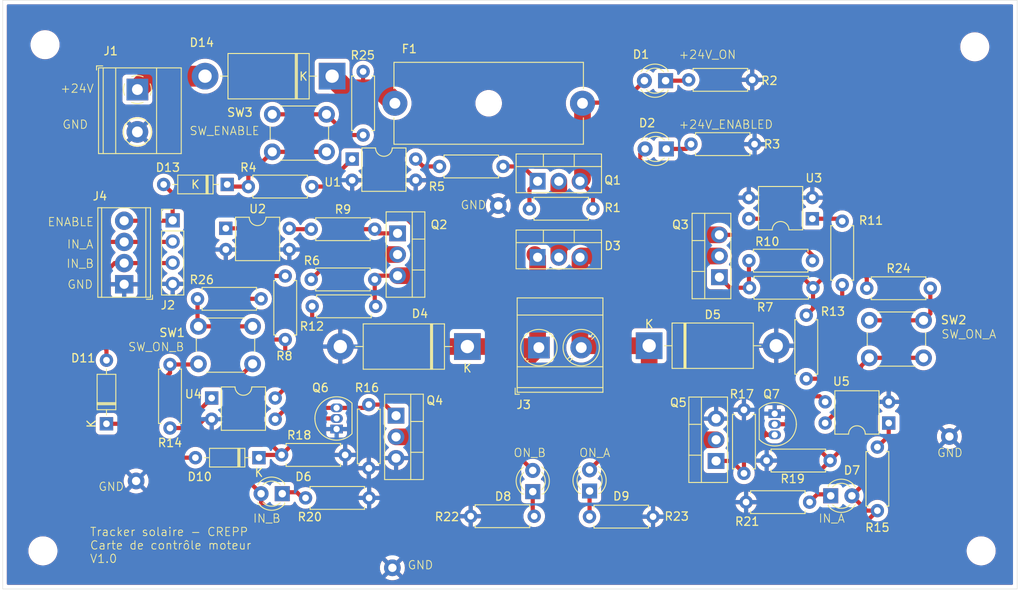
<source format=kicad_pcb>
(kicad_pcb (version 20240108) (generator "pcbnew") (generator_version "8.0")
  (layers (0 "F.Cu" signal) (31 "B.Cu" signal) (34 "B.Paste" user) (35 "F.Paste" user) (36 "B.SilkS" user "B.Silkscreen") (37 "F.SilkS" user "F.Silkscreen") (38 "B.Mask" user) (39 "F.Mask" user) (44 "Edge.Cuts" user))
  (net 0 "")
  (net 1 "+24V")
  (net 2 "Net-(D1-K)")
  (net 3 "+VCC_Motor")
  (net 4 "GND")
  (net 5 "/ENABLE")
  (net 6 "/IN_B")
  (net 7 "/IN_A")
  (net 8 "Net-(Q1-G)")
  (net 9 "Net-(Q3-G)")
  (net 10 "Net-(Q5-G)")
  (net 11 "Net-(D2-K)")
  (net 12 "Net-(D4-K)")
  (net 13 "Net-(D5-K)")
  (net 14 "Net-(D6-K)")
  (net 15 "Net-(D7-K)")
  (net 16 "Net-(Q2-G)")
  (net 17 "Net-(Q4-G)")
  (net 18 "Net-(D1-A)")
  (net 19 "Net-(R9-Pad1)")
  (net 20 "Net-(R12-Pad2)")
  (net 21 "Net-(R13-Pad2)")
  (net 22 "Net-(R15-Pad1)")
  (net 23 "Net-(D8-K)")
  (net 24 "Net-(D9-K)")
  (net 25 "Net-(SW2A-B)")
  (net 26 "Net-(SW3A-B)")
  (net 27 "Net-(SW1A-B)")
  (net 28 "Net-(D10-A)")
  (net 29 "Net-(D11-A)")
  (net 30 "Net-(D13-A)")
  (net 31 "Net-(D14-K)")
  (net 32 "Net-(R14-Pad2)")
  (net 33 "Net-(R11-Pad1)")
  (net 34 "Net-(R10-Pad1)")
  (net 35 "Net-(R5-Pad1)")
  (net 36 "Net-(R4-Pad2)")
  (net 37 "Net-(R8-Pad2)")
  (footprint "MountingHole:MountingHole_3mm" (layer "F.Cu") (at 259.588 108.204)
    (property "Reference" "H3" (hide yes))
    (property "Value" "MountingHole")
  )
  (footprint "LED_THT:LED_D3.0mm" (layer "F.Cu") (at 221.742 51.816 180)
    (property "Reference" "D1")
    (property "Value" "LED")
  )
  (footprint "MountingHole:MountingHole_3mm" (layer "F.Cu") (at 147.32 47.498)
    (property "Reference" "H4" (hide yes))
    (property "Value" "MountingHole")
  )
  (footprint "Resistor_THT:R_Axial_DIN0207_L6.3mm_D2.5mm_P7.62mm_Horizontal" (layer "F.Cu") (at 241.475 97.375 180)
    (property "Reference" "R19")
    (property "Value" "100k")
  )
  (footprint "Button_Switch_THT:SW_PUSH_6mm_H8mm" (layer "F.Cu") (at 252.678 85.054 180)
    (property "Reference" "SW2")
    (property "Value" "SW_A")
  )
  (footprint "Resistor_THT:R_Axial_DIN0207_L6.3mm_D2.5mm_P7.62mm_Horizontal" (layer "F.Cu") (at 224.79 59.425)
    (property "Reference" "R3")
    (property "Value" "3.3K")
  )
  (footprint "Package_TO_SOT_THT:TO-220-3_Vertical" (layer "F.Cu") (at 206.395 63.875)
    (property "Reference" "Q1")
    (property "Value" "IRF4905")
  )
  (footprint "Package_DIP:DIP-4_W7.62mm" (layer "F.Cu") (at 239.345 68.375 180)
    (property "Reference" "U3")
    (property "Value" "PC817")
  )
  (footprint "Resistor_THT:R_Axial_DIN0207_L6.3mm_D2.5mm_P7.62mm_Horizontal" (layer "F.Cu") (at 173.228 77.978 180)
    (property "Reference" "R26")
    (property "Value" "2.7k")
  )
  (footprint "Package_TO_SOT_THT:TO-220-3_Vertical" (layer "F.Cu") (at 228.195 75.383 90)
    (property "Reference" "Q3")
    (property "Value" "IRF4905")
  )
  (footprint "Resistor_THT:R_Axial_DIN0207_L6.3mm_D2.5mm_P7.62mm_Horizontal" (layer "F.Cu") (at 239.36 73.4 180)
    (property "Reference" "R10")
    (property "Value" "2.2K")
  )
  (footprint "LED_THT:LED_D3.0mm" (layer "F.Cu") (at 175.768 101.346 180)
    (property "Reference" "D6")
    (property "Value" "LED")
  )
  (footprint "Resistor_THT:R_Axial_DIN0207_L6.3mm_D2.5mm_P7.62mm_Horizontal" (layer "F.Cu") (at 239.014 102.362 180)
    (property "Reference" "R21")
    (property "Value" "470")
  )
  (footprint "Package_DIP:DIP-4_W7.62mm" (layer "F.Cu") (at 167.3 89.875)
    (property "Reference" "U4")
    (property "Value" "PC817")
  )
  (footprint "Resistor_THT:R_Axial_DIN0207_L6.3mm_D2.5mm_P7.62mm_Horizontal" (layer "F.Cu") (at 238.615 79.94 -90)
    (property "Reference" "R13")
    (property "Value" "1K")
  )
  (footprint "Button_Switch_THT:SW_PUSH_6mm_H8mm" (layer "F.Cu") (at 181.075 60.35 180)
    (property "Reference" "SW3")
    (property "Value" "SW_E")
  )
  (footprint "Resistor_THT:R_Axial_DIN0207_L6.3mm_D2.5mm_P7.62mm_Horizontal" (layer "F.Cu") (at 247.142 95.758 -90)
    (property "Reference" "R15")
    (property "Value" "470")
  )
  (footprint "Resistor_THT:R_Axial_DIN0207_L6.3mm_D2.5mm_P7.62mm_Horizontal" (layer "F.Cu") (at 162.306 85.852 -90)
    (property "Reference" "R14")
    (property "Value" "470")
  )
  (footprint "Resistor_THT:R_Axial_DIN0207_L6.3mm_D2.5mm_P7.62mm_Horizontal" (layer "F.Cu") (at 205.415 67.175)
    (property "Reference" "R1")
    (property "Value" "1k")
  )
  (footprint "Package_DIP:DIP-4_W7.62mm" (layer "F.Cu") (at 169 69.525)
    (property "Reference" "U2")
    (property "Value" "PC817")
  )
  (footprint "Resistor_THT:R_Axial_DIN0207_L6.3mm_D2.5mm_P7.62mm_Horizontal" (layer "F.Cu") (at 186.86 75.65 180)
    (property "Reference" "R6")
    (property "Value" "1K")
  )
  (footprint "LED_THT:LED_D3.0mm" (layer "F.Cu") (at 221.825 60 180)
    (property "Reference" "D2")
    (property "Value" "LED")
  )
  (footprint "Package_DIP:DIP-4_W7.62mm" (layer "F.Cu") (at 248.5 92.875 180)
    (property "Reference" "U5")
    (property "Value" "PC817")
  )
  (footprint "Resistor_THT:R_Axial_DIN0207_L6.3mm_D2.5mm_P7.62mm_Horizontal" (layer "F.Cu") (at 242.925 68.665 -90)
    (property "Reference" "R11")
    (property "Value" "470")
  )
  (footprint "Resistor_THT:R_Axial_DIN0207_L6.3mm_D2.5mm_P7.62mm_Horizontal" (layer "F.Cu") (at 186.15 90.665 -90)
    (property "Reference" "R16")
    (property "Value" "100k")
  )
  (footprint "Diode_THT:D_DO-201AD_P15.24mm_Horizontal" (layer "F.Cu") (at 219.773 83.601)
    (property "Reference" "D5")
    (property "Value" "1N5408")
  )
  (footprint "MountingHole:MountingHole_3mm" (layer "F.Cu") (at 147.066 108.204)
    (property "Reference" "H6" (hide yes))
    (property "Value" "MountingHole")
  )
  (footprint "Package_TO_SOT_THT:TO-220-3_Vertical" (layer "F.Cu") (at 227.798 97.42 90)
    (property "Reference" "Q5")
    (property "Value" "IRF520")
  )
  (footprint "Package_TO_SOT_THT:TO-92_Inline" (layer "F.Cu") (at 234.825 91.75 -90)
    (property "Reference" "Q7")
    (property "Value" "2N7000")
  )
  (footprint "Resistor_THT:R_Axial_DIN0207_L6.3mm_D2.5mm_P7.62mm_Horizontal" (layer "F.Cu") (at 175.69 96.7)
    (property "Reference" "R18")
    (property "Value" "100k")
  )
  (footprint "TerminalBlock_Phoenix:TerminalBlock_Phoenix_MKDS-1,5-2-5.08_1x02_P5.08mm_Horizontal" (layer "F.Cu") (at 158.395 52.88 -90)
    (property "Reference" "J1")
    (property "Value" "+24V")
  )
  (footprint "Connector_PinHeader_2.54mm:PinHeader_1x04_P2.54mm_Vertical" (layer "F.Cu") (at 162.624 68.567)
    (property "Reference" "J2")
    (property "Value" "PinHeader_Control")
  )
  (footprint "Package_TO_SOT_THT:TO-92_Inline" (layer "F.Cu") (at 182.285 93.595 90)
    (property "Reference" "Q6")
    (property "Value" "2N7000")
  )
  (footprint "Diode_THT:D_DO-35_SOD27_P7.62mm_Horizontal" (layer "F.Cu") (at 154.686 92.964 90)
    (property "Reference" "D11")
    (property "Value" "1N4148")
  )
  (footprint "Resistor_THT:R_Axial_DIN0207_L6.3mm_D2.5mm_P7.62mm_Horizontal" (layer "F.Cu") (at 176.125 82.86 90)
    (property "Reference" "R8")
    (property "Value" "470")
  )
  (footprint "Resistor_THT:R_Axial_DIN0207_L6.3mm_D2.5mm_P7.62mm_Horizontal" (layer "F.Cu") (at 171.704 64.516)
    (property "Reference" "R4")
    (property "Value" "470")
  )
  (footprint "Button_Switch_THT:SW_PUSH_6mm_H8mm" (layer "F.Cu") (at 172.212 85.78 180)
    (property "Reference" "SW1")
    (property "Value" "SW_B")
  )
  (footprint "LED_THT:LED_D3.0mm" (layer "F.Cu") (at 212.625 101.025 90)
    (property "Reference" "D9")
    (property "Value" "LED")
  )
  (footprint "Diode_THT:D_DO-35_SOD27_P7.62mm_Horizontal" (layer "F.Cu") (at 169.164 64.262 180)
    (property "Reference" "D13")
    (property "Value" "1N4148")
  )
  (footprint "LED_THT:LED_D3.0mm" (layer "F.Cu") (at 241.544 101.6)
    (property "Reference" "D7")
    (property "Value" "LED")
  )
  (footprint "Resistor_THT:R_Axial_DIN0207_L6.3mm_D2.5mm_P7.62mm_Horizontal" (layer "F.Cu") (at 186.975 78.875 180)
    (property "Reference" "R12")
    (property "Value" "1K")
  )
  (footprint "HeatSink:HeastSink_MOSFET_15mm_10mm_20mm" (layer "F.Cu") (at 189.738 72.898 -90)
    (property "Reference" "HS1")
    (property "Value" "Heatsink")
  )
  (footprint "Resistor_THT:R_Axial_DIN0207_L6.3mm_D2.5mm_P7.62mm_Horizontal" (layer "F.Cu") (at 224.507 51.716)
    (property "Reference" "R2")
    (property "Value" "3.3K")
  )
  (footprint "HeatSink:HeastSink_MOSFET_15mm_10mm_20mm" (layer "F.Cu") (at 227.838 94.742 90)
    (property "Reference" "HS4")
    (property "Value" "Heatsink")
  )
  (footprint "Package_TO_SOT_THT:TO-220-3_Vertical" (layer "F.Cu") (at 189.416 91.994 -90)
    (property "Reference" "Q4")
    (property "Value" "IRF520")
  )
  (footprint "Diode_THT:D_DO-35_SOD27_P7.62mm_Horizontal" (layer "F.Cu") (at 172.974 97.028 180)
    (property "Reference" "D10")
    (property "Value" "1N4148")
  )
  (footprint "TerminalBlock_Phoenix:TerminalBlock_Phoenix_MPT-0,5-4-2.54_1x04_P2.54mm_Horizontal" (layer "F.Cu") (at 156.809 76.232 90)
    (property "Reference" "J4")
    (property "Value" "Control")
  )
  (footprint "Package_DIP:DIP-4_W7.62mm" (layer "F.Cu") (at 184.15 61.214)
    (property "Reference" "U1")
    (property "Value" "PC817")
  )
  (footprint "Resistor_THT:R_Axial_DIN0207_L6.3mm_D2.5mm_P7.62mm_Horizontal" (layer "F.Cu") (at 179.24 69.625)
    (property "Reference" "R9")
    (property "Value" "2.2K")
  )
  (footprint "Holes:Hole_1mm_Scope" (layer "F.Cu") (at 158.242 99.822)
    (property "Reference" "H7" (hide yes))
    (property "Value" "Probe_GND")
  )
  (footprint "Holes:Hole_1mm_Scope" (layer "F.Cu") (at 188.976 110.236)
    (property "Reference" "H1" (hide yes))
    (property "Value" "Probe_GND")
  )
  (footprint "LED_THT:LED_D3.0mm" (layer "F.Cu") (at 205.81 101.1 90)
    (property "Reference" "D8")
    (property "Value" "LED")
  )
  (footprint "Package_TO_SOT_THT:TO-220-3_Vertical" (layer "F.Cu") (at 189.6 70.125 -90)
    (property "Reference" "Q2")
    (property "Value" "IRF4905")
  )
  (footprint "Resistor_THT:R_Axial_DIN0207_L6.3mm_D2.5mm_P7.62mm_Horizontal" (layer "F.Cu") (at 185.465 50.715 -90)
    (property "Reference" "R25")
    (property "Value" "2.7k")
  )
  (footprint "Diode_THT:D_DO-201AD_P15.24mm_Horizontal" (layer "F.Cu") (at 181.75 51.275 180)
    (property "Reference" "D14")
    (property "Value" "1N5408")
  )
  (footprint "Holes:Hole_1mm_Scope" (layer "F.Cu") (at 255.778 94.488)
    (property "Reference" "H8" (hide yes))
    (property "Value" "Probe_GND")
  )
  (footprint "Resistor_THT:R_Axial_DIN0207_L6.3mm_D2.5mm_P7.62mm_Horizontal" (layer "F.Cu") (at 205.985 104.05 180)
    (property "Reference" "R22")
    (property "Value" "3.3K")
  )
  (footprint "TerminalBlock_Phoenix:TerminalBlock_Phoenix_MKDS-3-2-5.08_1x02_P5.08mm_Horizontal" (layer "F.Cu") (at 206.545 83.825)
    (property "Reference" "J3")
    (property "Value" "Motor")
  )
  (footprint "Resistor_THT:R_Axial_DIN0207_L6.3mm_D2.5mm_P7.62mm_Horizontal" (layer "F.Cu") (at 239.425 76.65 180)
    (property "Reference" "R7")
    (property "Value" "1K")
  )
  (footprint "Diode_THT:D_DO-201AD_P15.24mm_Horizontal" (layer "F.Cu") (at 197.97 83.7 180)
    (property "Reference" "D4")
    (property "Value" "1N5408")
  )
  (footprint "Fuse:Fuseholder_Cylinder-5x20mm_Schurter_0031_8201_Horizontal_Open" (layer "F.Cu") (at 189.275 54.525)
    (property "Reference" "F1")
    (property "Value" "Fuse")
  )
  (footprint "Holes:Hole_1mm_Scope" (layer "F.Cu") (at 201.676 66.794)
    (property "Reference" "H2" (hide yes))
    (property "Value" "Probe_GND")
  )
  (footprint "Resistor_THT:R_Axial_DIN0207_L6.3mm_D2.5mm_P7.62mm_Horizontal" (layer "F.Cu") (at 212.615 104.1)
    (property "Reference" "R23")
    (property "Value" "3.3K")
  )
  (footprint "HeatSink:HeastSink_MOSFET_15mm_10mm_20mm" (layer "F.Cu") (at 189.484 94.742 -90)
    (property "Reference" "HS2")
    (property "Value" "Heatsink")
  )
  (footprint "Resistor_THT:R_Axial_DIN0207_L6.3mm_D2.5mm_P7.62mm_Horizontal" (layer "F.Cu") (at 178.562 101.854)
    (property "Reference" "R20")
    (property "Value" "470")
  )
  (footprint "HeatSink:HeastSink_MOSFET_15mm_10mm_20mm" (layer "F.Cu") (at 228.092 72.644 90)
    (property "Reference" "HS3")
    (property "Value" "Heatsink")
  )
  (footprint "Resistor_THT:R_Axial_DIN0207_L6.3mm_D2.5mm_P7.62mm_Horizontal" (layer "F.Cu") (at 231.14 98.91 90)
    (property "Reference" "R17")
    (property "Value" "100k")
  )
  (footprint "Package_TO_SOT_THT:TO-220-3_Vertical" (layer "F.Cu") (at 206.395 73)
    (property "Reference" "D3")
    (property "Value" "D_Dual_CommonCathode_AAK")
  )
  (footprint "Resistor_THT:R_Axial_DIN0207_L6.3mm_D2.5mm_P7.62mm_Horizontal" (layer "F.Cu") (at 245.872 76.708)
    (property "Reference" "R24")
    (property "Value" "2.7k")
  )
  (footprint "MountingHole:MountingHole_3mm" (layer "F.Cu") (at 258.826 47.752)
    (property "Reference" "H5" (hide yes))
    (property "Value" "MountingHole")
  )
  (footprint "Resistor_THT:R_Axial_DIN0207_L6.3mm_D2.5mm_P7.62mm_Horizontal" (layer "F.Cu") (at 194.63 62.1)
    (property "Reference" "R5")
    (property "Value" "2.2K")
  )
  (gr_rect (start 142.24 42.164) (end 263.906 112.776) (stroke (width 0.05)) (fill none) (layer "Edge.Cuts"))
  (gr_text "ON_B" (at 203.454 97.028 0) (layer "F.SilkS") (effects (font (size 1 1) (thickness 0.1)) (justify left bottom)))
  (gr_text "GND" (at 190.754 110.49 0) (layer "F.SilkS") (effects (font (size 1 1) (thickness 0.1)) (justify left bottom)))
  (gr_text "+24V" (at 149.098 53.34 0) (layer "F.SilkS") (effects (font (size 1 1) (thickness 0.1)) (justify left bottom)))
  (gr_text "+24V_ENABLED" (at 223.266 57.658 0) (layer "F.SilkS") (effects (font (size 1 1) (thickness 0.1)) (justify left bottom)))
  (gr_text "GND" (at 149.352 57.658 0) (layer "F.SilkS") (effects (font (size 1 1) (thickness 0.1)) (justify left bottom)))
  (gr_text "GND" (at 254.254 97.028 0) (layer "F.SilkS") (effects (font (size 1 1) (thickness 0.1)) (justify left bottom)))
  (gr_text "IN_A\n" (at 149.899 72.017 0) (layer "F.SilkS") (effects (font (size 1 1) (thickness 0.1)) (justify left bottom)))
  (gr_text "SW_ON_B" (at 157.226 84.328 0) (layer "F.SilkS") (effects (font (size 1 1) (thickness 0.1)) (justify left bottom)))
  (gr_text "GND\n" (at 149.949 76.842 0) (layer "F.SilkS") (effects (font (size 1 1) (thickness 0.1)) (justify left bottom)))
  (gr_text "ON_A" (at 211.328 97.028 0) (layer "F.SilkS") (effects (font (size 1 1) (thickness 0.1)) (justify left bottom)))
  (gr_text "SW_ON_A" (at 254.762 82.804 0) (layer "F.SilkS") (effects (font (size 1 1) (thickness 0.1)) (justify left bottom)))
  (gr_text "GND" (at 197.104 67.31 0) (layer "F.SilkS") (effects (font (size 1 1) (thickness 0.1)) (justify left bottom)))
  (gr_text "GND" (at 153.67 101.092 0) (layer "F.SilkS") (effects (font (size 1 1) (thickness 0.1)) (justify left bottom)))
  (gr_text "IN_B" (at 172.212 104.902 0) (layer "F.SilkS") (effects (font (size 1 1) (thickness 0.1)) (justify left bottom)))
  (gr_text "IN_B" (at 149.824 74.342 0) (layer "F.SilkS") (effects (font (size 1 1) (thickness 0.1)) (justify left bottom)))
  (gr_text "Tracker solaire - CREPP\nCarte de contrôle moteur\nV1.0" (at 152.654 109.728 0) (layer "F.SilkS") (effects (font (size 1 1) (thickness 0.1)) (justify left bottom)))
  (gr_text "SW_ENABLE" (at 164.592 58.42 0) (layer "F.SilkS") (effects (font (size 1 1) (thickness 0.1)) (justify left bottom)))
  (gr_text "IN_A" (at 240.03 104.902 0) (layer "F.SilkS") (effects (font (size 1 1) (thickness 0.1)) (justify left bottom)))
  (gr_text "+24V_ON" (at 223.266 49.276 0) (layer "F.SilkS") (effects (font (size 1 1) (thickness 0.1)) (justify left bottom)))
  (gr_text "ENABLE" (at 147.574 69.342 0) (layer "F.SilkS") (effects (font (size 1 1) (thickness 0.1)) (justify left bottom)))
  (segment (start 166.51 51.275) (end 160 51.275) (width 2.5) (layer "F.Cu") (net 1))
  (segment (start 160 51.275) (end 158.395 52.88) (width 2.5) (layer "F.Cu") (net 1))
  (segment (start 224.407 51.816) (end 224.507 51.716) (width 0.5) (layer "F.Cu") (net 2))
  (segment (start 221.742 51.816) (end 224.407 51.816) (width 0.5) (layer "F.Cu") (net 2))
  (segment (start 205.115428 70.303) (end 200.213428 75.205) (width 2) (layer "F.Cu") (net 3))
  (segment (start 192.024 75.205) (end 189.6 75.205) (width 2) (layer "F.Cu") (net 3))
  (segment (start 200.213428 75.205) (end 192.024 75.205) (width 2) (layer "F.Cu") (net 3))
  (segment (start 173.228 77.978) (end 171.196 77.978) (width 0.5) (layer "F.Cu") (net 3))
  (segment (start 166.624 73.406) (end 166.624 68.58) (width 0.5) (layer "F.Cu") (net 3))
  (segment (start 233.078 70.303) (end 239.425 76.65) (width 0.5) (layer "F.Cu") (net 3))
  (segment (start 244.602 74.168) (end 245.872 75.438) (width 0.5) (layer "F.Cu") (net 3))
  (segment (start 241.907 74.168) (end 244.602 74.168) (width 0.5) (layer "F.Cu") (net 3))
  (segment (start 205.115428 70.303) (end 210.457 70.303) (width 2) (layer "F.Cu") (net 3))
  (segment (start 228.195 70.303) (end 233.078 70.303) (width 0.5) (layer "F.Cu") (net 3))
  (segment (start 218.71 60.575) (end 218.71 70.293) (width 0.5) (layer "F.Cu") (net 3))
  (segment (start 192.024 69.6965) (end 192.024 75.205) (width 0.5) (layer "F.Cu") (net 3))
  (segment (start 209.035 71.725) (end 208.935 71.725) (width 2) (layer "F.Cu") (net 3))
  (segment (start 189.6375 67.31) (end 192.024 69.6965) (width 0.5) (layer "F.Cu") (net 3))
  (segment (start 167.894 67.31) (end 189.6375 67.31) (width 0.5) (layer "F.Cu") (net 3))
  (segment (start 186.86 78.76) (end 186.975 78.875) (width 0.5) (layer "F.Cu") (net 3))
  (segment (start 228.195 70.303) (end 218.7 70.303) (width 2) (layer "F.Cu") (net 3))
  (segment (start 171.196 77.978) (end 166.624 73.406) (width 0.5) (layer "F.Cu") (net 3))
  (segment (start 218.7 70.303) (end 210.457 70.303) (width 2) (layer "F.Cu") (net 3))
  (segment (start 166.624 68.58) (end 167.894 67.31) (width 0.5) (layer "F.Cu") (net 3))
  (segment (start 239.425 76.65) (end 239.425 79.13) (width 0.5) (layer "F.Cu") (net 3))
  (segment (start 186.86 75.65) (end 186.86 78.76) (width 0.5) (layer "F.Cu") (net 3))
  (segment (start 208.935 68.781) (end 210.457 70.303) (width 2) (layer "F.Cu") (net 3))
  (segment (start 245.872 75.438) (end 245.872 76.708) (width 0.5) (layer "F.Cu") (net 3))
  (segment (start 218.71 70.293) (end 218.7 70.303) (width 0.5) (layer "F.Cu") (net 3))
  (segment (start 210.457 70.303) (end 209.035 71.725) (width 2) (layer "F.Cu") (net 3))
  (segment (start 208.935 63.875) (end 208.935 68.781) (width 2) (layer "F.Cu") (net 3))
  (segment (start 208.935 71.725) (end 208.935 73) (width 2) (layer "F.Cu") (net 3))
  (segment (start 219.285 60) (end 218.71 60.575) (width 0.5) (layer "F.Cu") (net 3))
  (segment (start 239.425 79.13) (end 238.615 79.94) (width 0.5) (layer "F.Cu") (net 3))
  (segment (start 187.305 75.205) (end 186.86 75.65) (width 0.5) (layer "F.Cu") (net 3))
  (segment (start 189.6 75.205) (end 187.305 75.205) (width 0.5) (layer "F.Cu") (net 3))
  (segment (start 239.425 76.65) (end 241.907 74.168) (width 0.5) (layer "F.Cu") (net 3))
  (segment (start 166.411 92.415) (end 165.862 92.964) (width 0.5) (layer "F.Cu") (net 4))
  (segment (start 167.3 92.415) (end 166.411 92.415) (width 0.5) (layer "F.Cu") (net 4))
  (segment (start 174.575 60.35) (end 171.704 63.221) (width 0.5) (layer "F.Cu") (net 5))
  (segment (start 169.418 64.516) (end 169.164 64.262) (width 0.5) (layer "F.Cu") (net 5))
  (segment (start 171.704 63.221) (end 171.704 64.516) (width 0.5) (layer "F.Cu") (net 5))
  (segment (start 181.075 60.35) (end 174.575 60.35) (width 0.5) (layer "F.Cu") (net 5))
  (segment (start 171.704 64.516) (end 169.418 64.516) (width 0.5) (layer "F.Cu") (net 5))
  (segment (start 162.306 86.868) (end 162.306 85.852) (width 0.5) (layer "F.Cu") (net 6))
  (segment (start 242.925 86.725) (end 243.975 87.775) (width 0.5) (layer "F.Cu") (net 6))
  (segment (start 173.228 102.362) (end 173.228 101.346) (width 0.5) (layer "F.Cu") (net 6))
  (segment (start 243.975 94.875) (end 241.475 97.375) (width 0.5) (layer "F.Cu") (net 6))
  (segment (start 173.736 103.632) (end 173.736 102.87) (width 0.5) (layer "F.Cu") (net 6))
  (segment (start 173.736 102.87) (end 173.228 102.362) (width 0.5) (layer "F.Cu") (net 6))
  (segment (start 176.53 106.426) (end 173.736 103.632) (width 0.5) (layer "F.Cu") (net 6))
  (segment (start 243.975 87.775) (end 243.975 94.875) (width 0.5) (layer "F.Cu") (net 6))
  (segment (start 242.925 76.285) (end 242.925 86.725) (width 0.5) (layer "F.Cu") (net 6))
  (segment (start 241.475 97.375) (end 232.424 106.426) (width 0.5) (layer "F.Cu") (net 6))
  (segment (start 170.434 87.558) (end 170.434 98.552) (width 0.5) (layer "F.Cu") (net 6))
  (segment (start 234.825 93.02) (end 237.12 93.02) (width 0.5) (layer "F.Cu") (net 6))
  (segment (start 170.434 98.552) (end 173.228 101.346) (width 0.5) (layer "F.Cu") (net 6))
  (segment (start 156.21 92.964) (end 162.306 86.868) (width 0.5) (layer "F.Cu") (net 6))
  (segment (start 237.12 93.02) (end 241.475 97.375) (width 0.5) (layer "F.Cu") (net 6))
  (segment (start 232.424 106.426) (end 176.53 106.426) (width 0.5) (layer "F.Cu") (net 6))
  (segment (start 172.212 85.78) (end 170.434 87.558) (width 0.5) (layer "F.Cu") (net 6))
  (segment (start 165.64 85.852) (end 165.712 85.78) (width 0.5) (layer "F.Cu") (net 6))
  (segment (start 162.306 85.852) (end 165.64 85.852) (width 0.5) (layer "F.Cu") (net 6))
  (segment (start 154.686 92.964) (end 156.21 92.964) (width 0.5) (layer "F.Cu") (net 6))
  (segment (start 169.164 100.04995) (end 170.942 101.82795) (width 0.5) (layer "F.Cu") (net 7))
  (segment (start 176.125 82.86) (end 173.426 82.86) (width 0.5) (layer "F.Cu") (net 7))
  (segment (start 170.688 83.566) (end 169.164 85.09) (width 0.5) (layer "F.Cu") (net 7))
  (segment (start 246.178 85.054) (end 245.178 86.054) (width 0.5) (layer "F.Cu") (net 7))
  (segment (start 245.178 100.506) (end 244.084 101.6) (width 0.5) (layer "F.Cu") (net 7))
  (segment (start 173.426 82.86) (end 172.72 83.566) (width 0.5) (layer "F.Cu") (net 7))
  (segment (start 175.006 107.95) (end 242.57 107.95) (width 0.5) (layer "F.Cu") (net 7))
  (segment (start 247.142 103.378) (end 245.862 103.378) (width 0.5) (layer "F.Cu") (net 7))
  (segment (start 245.178 86.054) (end 245.178 100.506) (width 0.5) (layer "F.Cu") (net 7))
  (segment (start 169.164 85.09) (end 169.164 100.04995) (width 0.5) (layer "F.Cu") (net 7))
  (segment (start 242.57 107.95) (end 247.142 103.378) (width 0.5) (layer "F.Cu") (net 7))
  (segment (start 173.302 96.7) (end 172.974 97.028) (width 0.5) (layer "F.Cu") (net 7))
  (segment (start 180.065 92.325) (end 175.69 96.7) (width 0.5) (layer "F.Cu") (net 7))
  (segment (start 245.862 103.378) (end 244.084 101.6) (width 0.5) (layer "F.Cu") (net 7))
  (segment (start 170.942 103.886) (end 175.006 107.95) (width 0.5) (layer "F.Cu") (net 7))
  (segment (start 170.942 101.82795) (end 170.942 103.886) (width 0.5) (layer "F.Cu") (net 7))
  (segment (start 171.704 89.408) (end 171.704 92.714) (width 0.5) (layer "F.Cu") (net 7))
  (segment (start 176.125 82.86) (end 176.125 84.987) (width 0.5) (layer "F.Cu") (net 7))
  (segment (start 172.72 83.566) (end 170.688 83.566) (width 0.5) (layer "F.Cu") (net 7))
  (segment (start 171.704 92.714) (end 175.69 96.7) (width 0.5) (layer "F.Cu") (net 7))
  (segment (start 175.69 96.7) (end 173.302 96.7) (width 0.5) (layer "F.Cu") (net 7))
  (segment (start 182.285 92.325) (end 180.065 92.325) (width 0.5) (layer "F.Cu") (net 7))
  (segment (start 252.678 85.054) (end 246.178 85.054) (width 0.5) (layer "F.Cu") (net 7))
  (segment (start 176.125 84.987) (end 171.704 89.408) (width 0.5) (layer "F.Cu") (net 7))
  (segment (start 202.25 62.1) (end 204.62 62.1) (width 0.5) (layer "F.Cu") (net 8))
  (segment (start 205.415 64.855) (end 206.395 63.875) (width 0.5) (layer "F.Cu") (net 8))
  (segment (start 205.415 67.175) (end 205.415 64.855) (width 0.5) (layer "F.Cu") (net 8))
  (segment (start 204.62 62.1) (end 206.395 63.875) (width 0.5) (layer "F.Cu") (net 8))
  (segment (start 229.462 76.65) (end 228.195 75.383) (width 0.5) (layer "F.Cu") (net 9))
  (segment (start 231.74 73.4) (end 231.74 76.585) (width 0.5) (layer "F.Cu") (net 9))
  (segment (start 231.74 76.585) (end 231.805 76.65) (width 0.5) (layer "F.Cu") (net 9))
  (segment (start 231.805 76.65) (end 229.462 76.65) (width 0.5) (layer "F.Cu") (net 9))
  (segment (start 234.825 94.29) (end 233.94 94.29) (width 0.5) (layer "F.Cu") (net 10))
  (segment (start 233.735 94.29) (end 234.825 94.29) (width 0.5) (layer "F.Cu") (net 10))
  (segment (start 240.207 89.662) (end 240.88 90.335) (width 0.5) (layer "F.Cu") (net 10))
  (segment (start 232.875 90.467) (end 233.68 89.662) (width 0.5) (layer "F.Cu") (net 10))
  (segment (start 231.14 96.885) (end 233.735 94.29) (width 0.5) (layer "F.Cu") (net 10))
  (segment (start 227.798 97.42) (end 229.65 97.42) (width 0.5) (layer "F.Cu") (net 10))
  (segment (start 233.94 94.29) (end 232.875 93.225) (width 0.5) (layer "F.Cu") (net 10))
  (segment (start 231.14 98.91) (end 231.14 96.885) (width 0.5) (layer "F.Cu") (net 10))
  (segment (start 232.875 93.225) (end 232.875 90.467) (width 0.5) (layer "F.Cu") (net 10))
  (segment (start 233.68 89.662) (end 240.207 89.662) (width 0.5) (layer "F.Cu") (net 10))
  (segment (start 229.65 97.42) (end 231.14 98.91) (width 0.5) (layer "F.Cu") (net 10))
  (segment (start 224.215 60) (end 224.79 59.425) (width 0.5) (layer "F.Cu") (net 11))
  (segment (start 221.825 60) (end 224.215 60) (width 0.5) (layer "F.Cu") (net 11))
  (segment (start 197.97 83.7) (end 206.42 83.7) (width 2) (layer "F.Cu") (net 12))
  (segment (start 206.395 73) (end 206.395 83.675) (width 2) (layer "F.Cu") (net 12))
  (segment (start 206.42 83.7) (end 206.545 83.825) (width 2) (layer "F.Cu") (net 12))
  (segment (start 183.175 75.1) (end 183.175 79.3) (width 2) (layer "F.Cu") (net 12))
  (segment (start 205.81 98.56) (end 198.841 91.591) (width 0.5) (layer "F.Cu") (net 12))
  (segment (start 206.06 72.665) (end 206.395 73) (width 2) (layer "F.Cu") (net 12))
  (segment (start 206.395 83.675) (end 206.545 83.825) (width 2) (layer "F.Cu") (net 12))
  (segment (start 195.836 94.534) (end 189.416 94.534) (width 2) (layer "F.Cu") (net 12))
  (segment (start 198.841 91.591) (end 198.779 91.591) (width 0.5) (layer "F.Cu") (net 12))
  (segment (start 189.6 72.665) (end 185.61 72.665) (width 2) (layer "F.Cu") (net 12))
  (segment (start 183.175 79.3) (end 187.575 83.7) (width 2) (layer "F.Cu") (net 12))
  (segment (start 187.575 83.7) (end 197.97 83.7) (width 2) (layer "F.Cu") (net 12))
  (segment (start 198.779 91.591) (end 195.836 94.534) (width 2) (layer "F.Cu") (net 12))
  (segment (start 185.61 72.665) (end 183.175 75.1) (width 2) (layer "F.Cu") (net 12))
  (segment (start 206.545 83.825) (end 198.779 91.591) (width 2) (layer "F.Cu") (net 12))
  (segment (start 211.632 72.843) (end 211.475 73) (width 2) (layer "F.Cu") (net 13))
  (segment (start 219.773 83.601) (end 211.849 83.601) (width 2) (layer "F.Cu") (net 13))
  (segment (start 219.773 91.337) (end 219.773 89.855) (width 0.5) (layer "F.Cu") (net 13))
  (segment (start 211.475 73) (end 211.475 83.675) (width 2) (layer "F.Cu") (net 13))
  (segment (start 219.773 89.855) (end 224.798 94.88) (width 2) (layer "F.Cu") (net 13))
  (segment (start 212.625 98.485) (end 219.773 91.337) (width 0.5) (layer "F.Cu") (net 13))
  (segment (start 228.195 72.843) (end 211.632 72.843) (width 2) (layer "F.Cu") (net 13))
  (segment (start 219.773 83.601) (end 219.773 89.855) (width 2) (layer "F.Cu") (net 13))
  (segment (start 224.798 94.88) (end 227.798 94.88) (width 2) (layer "F.Cu") (net 13))
  (segment (start 211.849 83.601) (end 211.625 83.825) (width 2) (layer "F.Cu") (net 13))
  (segment (start 211.475 83.675) (end 211.625 83.825) (width 2) (layer "F.Cu") (net 13))
  (segment (start 177.515 101.175) (end 178.29 101.95) (width 0.5) (layer "F.Cu") (net 14))
  (segment (start 175.675 101.175) (end 177.515 101.175) (width 0.5) (layer "F.Cu") (net 14))
  (segment (start 239.925 101.425) (end 239.175 102.175) (width 0.5) (layer "F.Cu") (net 15))
  (segment (start 241.525 101.425) (end 239.925 101.425) (width 0.5) (layer "F.Cu") (net 15))
  (segment (start 189.6 70.125) (end 187.36 70.125) (width 0.5) (layer "F.Cu") (net 16))
  (segment (start 187.36 70.125) (end 186.86 69.625) (width 0.5) (layer "F.Cu") (net 16))
  (segment (start 179.24 75.65) (end 185.265 69.625) (width 0.5) (layer "F.Cu") (net 16))
  (segment (start 185.265 69.625) (end 186.86 69.625) (width 0.5) (layer "F.Cu") (net 16))
  (segment (start 188.087 90.665) (end 189.416 91.994) (width 0.5) (layer "F.Cu") (net 17))
  (segment (start 176.28 91.055) (end 182.285 91.055) (width 0.5) (layer "F.Cu") (net 17))
  (segment (start 182.285 91.055) (end 185.76 91.055) (width 0.5) (layer "F.Cu") (net 17))
  (segment (start 186.15 90.665) (end 188.087 90.665) (width 0.5) (layer "F.Cu") (net 17))
  (segment (start 185.76 91.055) (end 186.15 90.665) (width 0.5) (layer "F.Cu") (net 17))
  (segment (start 174.92 92.415) (end 176.28 91.055) (width 0.5) (layer "F.Cu") (net 17))
  (segment (start 211.775 63.575) (end 211.475 63.875) (width 2) (layer "F.Cu") (net 18))
  (segment (start 213.035 67.175) (end 213.035 65.435) (width 0.5) (layer "F.Cu") (net 18))
  (segment (start 211.85 54.45) (end 211.775 54.525) (width 0.5) (layer "F.Cu") (net 18))
  (segment (start 219.202 51.816) (end 216.568 54.45) (width 0.5) (layer "F.Cu") (net 18))
  (segment (start 216.568 54.45) (end 211.85 54.45) (width 0.5) (layer "F.Cu") (net 18))
  (segment (start 213.035 65.435) (end 211.475 63.875) (width 0.5) (layer "F.Cu") (net 18))
  (segment (start 211.775 54.525) (end 211.775 63.575) (width 2) (layer "F.Cu") (net 18))
  (segment (start 176.72 69.625) (end 176.62 69.525) (width 0.5) (layer "F.Cu") (net 19))
  (segment (start 179.24 69.625) (end 176.72 69.625) (width 0.5) (layer "F.Cu") (net 19))
  (segment (start 179.355 78.875) (end 179.355 85.44) (width 0.5) (layer "F.Cu") (net 20))
  (segment (start 179.355 85.44) (end 174.92 89.875) (width 0.5) (layer "F.Cu") (net 20))
  (segment (start 242.625 91.13) (end 242.625 89.325) (width 0.5) (layer "F.Cu") (net 21))
  (segment (start 240.88 92.875) (end 242.625 91.13) (width 0.5) (layer "F.Cu") (net 21))
  (segment (start 240.86 87.56) (end 238.615 87.56) (width 0.5) (layer "F.Cu") (net 21))
  (segment (start 242.625 89.325) (end 240.86 87.56) (width 0.5) (layer "F.Cu") (net 21))
  (segment (start 248.5 92.875) (end 248.5 94.4) (width 0.5) (layer "F.Cu") (net 22))
  (segment (start 248.5 94.4) (end 247.142 95.758) (width 0.5) (layer "F.Cu") (net 22))
  (segment (start 205.81 103.875) (end 205.985 104.05) (width 0.5) (layer "F.Cu") (net 23))
  (segment (start 205.81 101.1) (end 205.81 103.875) (width 0.5) (layer "F.Cu") (net 23))
  (segment (start 212.625 104.09) (end 212.615 104.1) (width 0.5) (layer "F.Cu") (net 24))
  (segment (start 212.625 101.025) (end 212.625 104.09) (width 0.5) (layer "F.Cu") (net 24))
  (segment (start 253.492 79.74) (end 252.678 80.554) (width 0.5) (layer "F.Cu") (net 25))
  (segment (start 253.492 76.708) (end 253.492 79.74) (width 0.5) (layer "F.Cu") (net 25))
  (segment (start 252.678 80.554) (end 246.178 80.554) (width 0.5) (layer "F.Cu") (net 25))
  (segment (start 183.56 58.335) (end 181.075 55.85) (width 0.5) (layer "F.Cu") (net 26))
  (segment (start 185.465 58.335) (end 183.56 58.335) (width 0.5) (layer "F.Cu") (net 26))
  (segment (start 174.575 55.85) (end 181.075 55.85) (width 0.5) (layer "F.Cu") (net 26))
  (segment (start 172.212 81.28) (end 165.712 81.28) (width 0.5) (layer "F.Cu") (net 27))
  (segment (start 165.608 77.978) (end 165.608 81.176) (width 0.5) (layer "F.Cu") (net 27))
  (segment (start 165.608 81.176) (end 165.712 81.28) (width 0.5) (layer "F.Cu") (net 27))
  (segment (start 156.809 71.152) (end 162.579 71.152) (width 0.5) (layer "F.Cu") (net 28))
  (segment (start 154.432 97.028) (end 165.354 97.028) (width 0.5) (layer "F.Cu") (net 28))
  (segment (start 151.892 94.488) (end 154.432 97.028) (width 0.5) (layer "F.Cu") (net 28))
  (segment (start 156.809 71.152) (end 154.654 71.152) (width 0.5) (layer "F.Cu") (net 28))
  (segment (start 162.579 71.152) (end 162.624 71.107) (width 0.5) (layer "F.Cu") (net 28))
  (segment (start 162.684 71.167) (end 162.624 71.107) (width 0.5) (layer "F.Cu") (net 28))
  (segment (start 151.892 73.914) (end 151.892 94.488) (width 0.5) (layer "F.Cu") (net 28))
  (segment (start 154.654 71.152) (end 151.892 73.914) (width 0.5) (layer "F.Cu") (net 28))
  (segment (start 162.719 73.742) (end 162.624 73.647) (width 0.5) (layer "F.Cu") (net 29))
  (segment (start 155.67 73.692) (end 153.67 75.692) (width 0.5) (layer "F.Cu") (net 29))
  (segment (start 153.67 75.692) (end 153.67 83.058) (width 0.5) (layer "F.Cu") (net 29))
  (segment (start 162.579 73.692) (end 162.624 73.647) (width 0.5) (layer "F.Cu") (net 29))
  (segment (start 153.67 83.058) (end 154.686 84.074) (width 0.5) (layer "F.Cu") (net 29))
  (segment (start 156.809 73.692) (end 162.579 73.692) (width 0.5) (layer "F.Cu") (net 29))
  (segment (start 156.809 73.692) (end 155.67 73.692) (width 0.5) (layer "F.Cu") (net 29))
  (segment (start 154.686 84.074) (end 154.686 85.344) (width 0.5) (layer "F.Cu") (net 29))
  (segment (start 156.809 68.612) (end 162.579 68.612) (width 0.5) (layer "F.Cu") (net 30))
  (segment (start 162.624 65.342) (end 161.544 64.262) (width 0.5) (layer "F.Cu") (net 30))
  (segment (start 162.649 68.542) (end 162.624 68.567) (width 0.5) (layer "F.Cu") (net 30))
  (segment (start 162.624 68.567) (end 162.624 65.342) (width 0.5) (layer "F.Cu") (net 30))
  (segment (start 162.579 68.612) (end 162.624 68.567) (width 0.5) (layer "F.Cu") (net 30))
  (segment (start 185.465 52.785) (end 185.325 52.925) (width 0.5) (layer "F.Cu") (net 31))
  (segment (start 187.675 52.925) (end 189.275 54.525) (width 2.5) (layer "F.Cu") (net 31))
  (segment (start 185.465 50.715) (end 185.465 52.785) (width 0.5) (layer "F.Cu") (net 31))
  (segment (start 183.4 52.925) (end 181.75 51.275) (width 2.5) (layer "F.Cu") (net 31))
  (segment (start 185.325 52.925) (end 183.4 52.925) (width 2.5) (layer "F.Cu") (net 31))
  (segment (start 185.325 52.925) (end 187.675 52.925) (width 2.5) (layer "F.Cu") (net 31))
  (segment (start 162.306 93.472) (end 163.703 93.472) (width 0.5) (layer "F.Cu") (net 32))
  (segment (start 163.703 93.472) (end 167.3 89.875) (width 0.5) (layer "F.Cu") (net 32))
  (segment (start 242.635 68.375) (end 242.925 68.665) (width 0.5) (layer "F.Cu") (net 33))
  (segment (start 239.345 68.375) (end 242.635 68.375) (width 0.5) (layer "F.Cu") (net 33))
  (segment (start 239.36 72.76) (end 234.975 68.375) (width 0.5) (layer "F.Cu") (net 34))
  (segment (start 234.975 68.375) (end 231.725 68.375) (width 0.5) (layer "F.Cu") (net 34))
  (segment (start 239.36 73.4) (end 239.36 72.76) (width 0.5) (layer "F.Cu") (net 34))
  (segment (start 194.63 62.1) (end 192.656 62.1) (width 0.5) (layer "F.Cu") (net 35))
  (segment (start 192.656 62.1) (end 191.77 61.214) (width 0.5) (layer "F.Cu") (net 35))
  (segment (start 179.324 64.516) (end 180.848 64.516) (width 0.5) (layer "F.Cu") (net 36))
  (segment (start 180.848 64.516) (end 184.15 61.214) (width 0.5) (layer "F.Cu") (net 36))
  (segment (start 172.7 73.725) (end 174.215 75.24) (width 0.5) (layer "F.Cu") (net 37))
  (segment (start 169 69.525) (end 171 69.525) (width 0.5) (layer "F.Cu") (net 37))
  (segment (start 174.215 75.24) (end 176.125 75.24) (width 0.5) (layer "F.Cu") (net 37))
  (segment (start 172.7 71.225) (end 172.7 73.725) (width 0.5) (layer "F.Cu") (net 37))
  (segment (start 171 69.525) (end 172.7 71.225) (width 0.5) (layer "F.Cu") (net 37))
  (zone (net 4) (net_name "GND") (layers "F&B.Cu") (priority 1) (connect_pads (clearance 0.5)) (min_thickness 0.25) (fill yes (thermal_gap 0.5) (thermal_bridge_width 0.5))
    (polygon (pts (xy 263.906 42.164) (xy 142.24 42.164) (xy 142.24 112.776) (xy 263.906 112.776) (xy 263.906 112.522)))
  )
)
</source>
